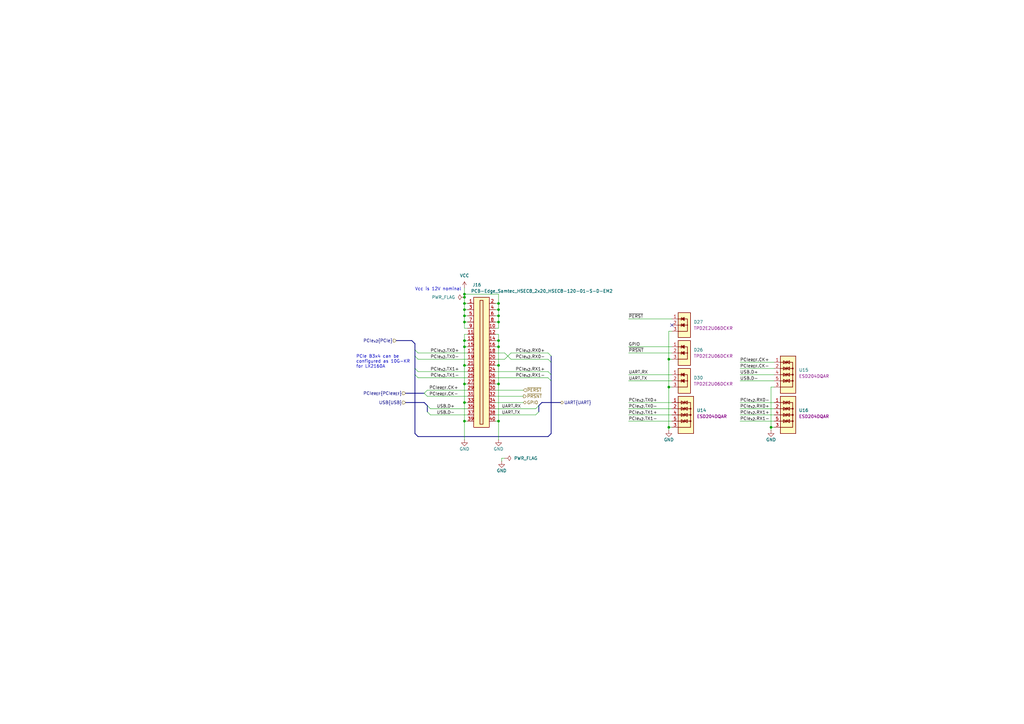
<source format=kicad_sch>
(kicad_sch (version 20230121) (generator eeschema)
  (paper "A3")
  (title_block (title "Com Express 7 baseboard") (date "2024-03-28") (rev "1.0.0") (company "Antmicro Ltd."))
  (lib_symbols
    (symbol "antmicroEdgeConnectors:PCB-Edge_Samtec_HSEC8_2x20_HSEC8-120-01-S-D-EM2" (in_bom no)
      (property "Reference" "J" (at 25.4 -2.54 0))
      (property "Value" "PCB-Edge_Samtec_HSEC8_2x20_HSEC8-120-01-S-D-EM2" (at 25.4 -5.08 0))
      (symbol "PCB-Edge_Samtec_HSEC8_2x20_HSEC8-120-01-S-D-EM2_1_1"
        (rectangle (start 2.54 2.54) (end 8.89 -50.8) (stroke (width 0.254)) (fill (type background)))
        (rectangle (start 5.08 1.27) (end 6.35 -49.53) (stroke (width 0.254)) (fill (type background)))
        (pin passive line (at 0 0 0) (length 2.54) (name "~") (number "1"))
        (pin passive line (at 11.43 -10.16 180) (length 2.54) (name "~") (number "10"))
        (pin passive line (at 0 -12.7 0) (length 2.54) (name "~") (number "11"))
        (pin passive line (at 11.43 -12.7 180) (length 2.54) (name "~") (number "12"))
        (pin passive line (at 0 -15.24 0) (length 2.54) (name "~") (number "13"))
        (pin passive line (at 11.43 -15.24 180) (length 2.54) (name "~") (number "14"))
        (pin passive line (at 0 -17.78 0) (length 2.54) (name "~") (number "15"))
        (pin passive line (at 11.43 -17.78 180) (length 2.54) (name "~") (number "16"))
        (pin passive line (at 0 -20.32 0) (length 2.54) (name "~") (number "17"))
        (pin passive line (at 11.43 -20.32 180) (length 2.54) (name "~") (number "18"))
        (pin passive line (at 0 -22.86 0) (length 2.54) (name "~") (number "19"))
        (pin passive line (at 11.43 0 180) (length 2.54) (name "~") (number "2"))
        (pin passive line (at 11.43 -22.86 180) (length 2.54) (name "~") (number "20"))
        (pin passive line (at 0 -25.4 0) (length 2.54) (name "~") (number "21"))
        (pin passive line (at 11.43 -25.4 180) (length 2.54) (name "~") (number "22"))
        (pin passive line (at 0 -27.94 0) (length 2.54) (name "~") (number "23"))
        (pin passive line (at 11.43 -27.94 180) (length 2.54) (name "~") (number "24"))
        (pin passive line (at 0 -30.48 0) (length 2.54) (name "~") (number "25"))
        (pin passive line (at 11.43 -30.48 180) (length 2.54) (name "~") (number "26"))
        (pin passive line (at 0 -33.02 0) (length 2.54) (name "~") (number "27"))
        (pin passive line (at 11.43 -33.02 180) (length 2.54) (name "~") (number "28"))
        (pin passive line (at 0 -35.56 0) (length 2.54) (name "~") (number "29"))
        (pin passive line (at 0 -2.54 0) (length 2.54) (name "~") (number "3"))
        (pin passive line (at 11.43 -35.56 180) (length 2.54) (name "~") (number "30"))
        (pin passive line (at 0 -38.1 0) (length 2.54) (name "~") (number "31"))
        (pin passive line (at 11.43 -38.1 180) (length 2.54) (name "~") (number "32"))
        (pin passive line (at 0 -40.64 0) (length 2.54) (name "~") (number "33"))
        (pin passive line (at 11.43 -40.64 180) (length 2.54) (name "~") (number "34"))
        (pin passive line (at 0 -43.18 0) (length 2.54) (name "~") (number "35"))
        (pin passive line (at 11.43 -43.18 180) (length 2.54) (name "~") (number "36"))
        (pin passive line (at 0 -45.72 0) (length 2.54) (name "~") (number "37"))
        (pin passive line (at 11.43 -45.72 180) (length 2.54) (name "~") (number "38"))
        (pin passive line (at 0 -48.26 0) (length 2.54) (name "~") (number "39"))
        (pin passive line (at 11.43 -2.54 180) (length 2.54) (name "~") (number "4"))
        (pin passive line (at 11.43 -48.26 180) (length 2.54) (name "~") (number "40"))
        (pin passive line (at 0 -5.08 0) (length 2.54) (name "~") (number "5"))
        (pin passive line (at 11.43 -5.08 180) (length 2.54) (name "~") (number "6"))
        (pin passive line (at 0 -7.62 0) (length 2.54) (name "~") (number "7"))
        (pin passive line (at 11.43 -7.62 180) (length 2.54) (name "~") (number "8"))
        (pin passive line (at 0 -10.16 0) (length 2.54) (name "~") (number "9"))
      )
    )
    (symbol "antmicroTVSDiodes:ESD204DQAR"
      (property "Reference" "D" (at 24.13 0 0))
      (property "MPN" "ESD204DQAR" (at 24.13 -2.54 0))
      (symbol "ESD204DQAR_1_1"
        (polyline (pts (xy 2.54 -7.62) (xy 7.62 -7.62)) (stroke (width 0.254)) (fill (type background)))
        (polyline (pts (xy 2.54 -5.08) (xy 7.62 -5.08)) (stroke (width 0.254)) (fill (type background)))
        (polyline (pts (xy 2.54 -2.54) (xy 7.62 -2.54)) (stroke (width 0.254)) (fill (type background)))
        (polyline (pts (xy 2.54 0) (xy 7.62 0)) (stroke (width 0.254)) (fill (type background)))
        (polyline (pts (xy 7.62 -10.16) (xy 2.54 -10.16)) (stroke (width 0.254)) (fill (type background)))
        (polyline (pts (xy 7.62 0) (xy 7.62 -10.16)) (stroke (width 0.254)) (fill (type background)))
        (polyline (pts (xy 4.826 -8.255) (xy 5.08 -8.001) (xy 5.08 -7.239) (xy 5.334 -6.985)) (stroke (width 0.254)) (fill (type background)))
        (polyline (pts (xy 4.826 -5.715) (xy 5.08 -5.461) (xy 5.08 -4.699) (xy 5.334 -4.445)) (stroke (width 0.254)) (fill (type background)))
        (polyline (pts (xy 4.826 -3.175) (xy 5.08 -2.921) (xy 5.08 -2.159) (xy 5.334 -1.905)) (stroke (width 0.254)) (fill (type background)))
        (polyline (pts (xy 4.826 -0.635) (xy 5.08 -0.381) (xy 5.08 0.381) (xy 5.334 0.635)) (stroke (width 0.254)) (fill (type background)))
        (polyline (pts (xy 5.08 -7.62) (xy 3.81 -8.255) (xy 3.81 -6.985) (xy 5.08 -7.62)) (stroke (width 0.254)) (fill (type background)))
        (polyline (pts (xy 5.08 -5.08) (xy 3.81 -5.715) (xy 3.81 -4.445) (xy 5.08 -5.08)) (stroke (width 0.254)) (fill (type background)))
        (polyline (pts (xy 5.08 -5.08) (xy 6.35 -4.445) (xy 6.35 -5.715) (xy 5.08 -5.08)) (stroke (width 0.254)) (fill (type background)))
        (polyline (pts (xy 5.08 -2.54) (xy 3.81 -3.175) (xy 3.81 -1.905) (xy 5.08 -2.54)) (stroke (width 0.254)) (fill (type background)))
        (polyline (pts (xy 5.08 -2.54) (xy 6.35 -3.175) (xy 6.35 -1.905) (xy 5.08 -2.54)) (stroke (width 0.254)) (fill (type background)))
        (polyline (pts (xy 5.08 0) (xy 3.81 -0.635) (xy 3.81 0.635) (xy 5.08 0)) (stroke (width 0.254)) (fill (type background)))
        (polyline (pts (xy 5.08 0) (xy 6.35 -0.635) (xy 6.35 0.635) (xy 5.08 0)) (stroke (width 0.254)) (fill (type background)))
        (polyline (pts (xy 6.35 -6.985) (xy 6.35 -8.255) (xy 5.08 -7.62) (xy 6.35 -6.985)) (stroke (width 0.254)) (fill (type background)))
        (rectangle (start 2.54 2.54) (end 8.89 -12.7) (stroke (width 0.254)) (fill (type background)))
        (circle (center 7.62 -7.62) (radius 0.254) (stroke (width 0.254)) (fill (type background)))
        (circle (center 7.62 -5.08) (radius 0.254) (stroke (width 0.254)) (fill (type background)))
        (circle (center 7.62 -5.08) (radius 0.254) (stroke (width 0.254)) (fill (type background)))
        (circle (center 7.62 -2.54) (radius 0.254) (stroke (width 0.254)) (fill (type background)))
        (pin passive line (at 0 0 0) (length 2.54) (name "~") (number "1"))
        (pin passive line (at 0 0 0) (length 2.54) hide (name "~") (number "10"))
        (pin passive line (at 0 -2.54 0) (length 2.54) (name "~") (number "2"))
        (pin power_in line (at 0 -10.16 0) (length 2.54) (name "~") (number "3"))
        (pin passive line (at 0 -5.08 0) (length 2.54) (name "~") (number "4"))
        (pin passive line (at 0 -7.62 0) (length 2.54) (name "~") (number "5"))
        (pin passive line (at 0 -7.62 0) (length 2.54) hide (name "~") (number "6"))
        (pin passive line (at 0 -5.08 0) (length 2.54) hide (name "~") (number "7"))
        (pin passive line (at 0 -10.16 0) (length 2.54) hide (name "~") (number "8"))
        (pin passive line (at 0 -2.54 0) (length 2.54) hide (name "~") (number "9"))
      )
    )
    (symbol "antmicroTVSDiodes:TPD2E2U06_SC70" (pin_names hide)
      (property "Reference" "D" (at 12.7 2.54 0))
      (property "MPN" "TPD2E2U06DCKR" (at 12.7 0 0))
      (symbol "TPD2E2U06_SC70_0_1"
        (polyline (pts (xy 3.81 -2.54) (xy 2.54 -2.54)) (stroke (width 0.254)))
        (polyline (pts (xy 3.81 0) (xy 2.54 0)) (stroke (width 0.254)))
        (polyline (pts (xy 5.08 -2.54) (xy 6.35 -2.54)) (stroke (width 0.254)))
        (polyline (pts (xy 2.54 -5.08) (xy 6.35 -5.08) (xy 6.35 0) (xy 5.08 0)) (stroke (width 0.254)))
      )
      (symbol "TPD2E2U06_SC70_1_1"
        (polyline (pts (xy 3.81 -3.175) (xy 3.81 -2.921) (xy 3.81 -2.159) (xy 4.064 -1.905)) (stroke (width 0.254)) (fill (type background)))
        (polyline (pts (xy 3.81 -0.635) (xy 3.81 -0.381) (xy 3.81 0.381) (xy 4.064 0.635)) (stroke (width 0.254)) (fill (type background)))
        (polyline (pts (xy 5.08 -3.175) (xy 5.08 -1.905) (xy 3.81 -2.54) (xy 5.08 -3.175)) (stroke (width 0.254)) (fill (type outline)))
        (polyline (pts (xy 5.08 -0.635) (xy 5.08 0.635) (xy 3.81 0) (xy 5.08 -0.635)) (stroke (width 0.254)) (fill (type outline)))
        (rectangle (start 2.54 2.54) (end 7.62 -7.62) (stroke (width 0.254)) (fill (type background)))
        (circle (center 6.35 -2.54) (radius 0.127) (stroke (width 0.254)) (fill (type background)))
        (pin passive line (at 0 0 0) (length 2.54) (name "1") (number "1"))
        (pin passive line (at 0 -2.54 0) (length 2.54) (name "2") (number "2"))
        (pin passive line (at 0 -5.08 0) (length 2.54) (name "3") (number "3"))
      )
    )
    (symbol "antmicropower:GND" (power) (pin_numbers hide) (pin_names hide)
      (property "Value" "GND" (at 8.89 -5.08 0))
      (symbol "GND_1_1"
        (polyline (pts (xy 0 0) (xy 0 -1.27) (xy 1.27 -1.27) (xy 0 -2.54) (xy -1.27 -1.27) (xy 0 -1.27)))
        (pin power_in line (at 0 0 270) (length 0) (name "GND") (number "1"))
      )
    )
    (symbol "antmicropower:PWR_FLAG" (power) (pin_numbers hide) (pin_names (offset 0) hide)
      (property "Value" "PWR_FLAG" (at 0 3.81 0))
      (symbol "PWR_FLAG_0_0"
        (pin power_out line (at 0 0 90) (length 0) (name "pwr") (number "1"))
      )
      (symbol "PWR_FLAG_0_1"
        (polyline (pts (xy 0 0) (xy 0 1.27) (xy -1.016 1.905) (xy 0 2.54) (xy 1.016 1.905) (xy 0 1.27)))
      )
    )
    (symbol "antmicropower:VCC" (power) (pin_names (offset 0))
      (property "Value" "VCC" (at 0 3.81 0))
      (symbol "VCC_0_1"
        (polyline (pts (xy -0.762 1.27) (xy 0 2.54)))
        (polyline (pts (xy 0 0) (xy 0 2.54)))
        (polyline (pts (xy 0 2.54) (xy 0.762 1.27)))
      )
      (symbol "VCC_1_1"
        (pin power_in line (at 0 0 90) (length 0) hide (name "VCC") (number "1"))
      )
    )
  )
  (junction (at 316.23 175.26))
  (junction (at 274.32 175.26))
  (junction (at 204.47 139.7))
  (junction (at 204.47 172.72))
  (junction (at 274.32 158.75))
  (junction (at 190.5 127))
  (junction (at 190.5 157.48))
  (junction (at 204.47 129.54))
  (junction (at 190.5 172.72))
  (junction (at 204.47 124.46))
  (junction (at 190.5 129.54))
  (junction (at 190.5 149.86))
  (junction (at 190.5 132.08))
  (junction (at 190.5 124.46))
  (junction (at 204.47 127))
  (junction (at 190.5 142.24))
  (junction (at 190.5 165.1))
  (junction (at 204.47 142.24))
  (junction (at 274.32 147.32))
  (junction (at 190.5 121.92))
  (junction (at 190.5 120.65))
  (junction (at 190.5 139.7))
  (junction (at 204.47 149.86))
  (junction (at 204.47 132.08))
  (junction (at 204.47 157.48))
  (no_connect (at 275.59 133.35))
  (bus_entry (at 175.26 160.02) (size -1.27 1.27))
  (bus_entry (at 175.26 166.37) (size 1.27 1.27))
  (bus_entry (at 226.06 148.59) (size -1.27 -1.27))
  (bus_entry (at 170.18 153.67) (size 1.27 1.27))
  (bus_entry (at 170.18 151.13) (size 1.27 1.27))
  (bus_entry (at 226.06 153.67) (size -1.27 -1.27))
  (bus_entry (at 226.06 156.21) (size -1.27 -1.27))
  (bus_entry (at 175.26 168.91) (size 1.27 1.27))
  (bus_entry (at 220.98 166.37) (size -1.27 1.27))
  (bus_entry (at 170.18 146.05) (size 1.27 1.27))
  (bus_entry (at 226.06 146.05) (size -1.27 -1.27))
  (bus_entry (at 170.18 143.51) (size 1.27 1.27))
  (bus_entry (at 175.26 162.56) (size -1.27 -1.27))
  (bus_entry (at 220.98 168.91) (size -1.27 1.27))
  (wire (pts (xy 190.5 157.48) (xy 191.77 157.48)))
  (bus (pts (xy 224.79 179.07) (xy 171.45 179.07)))
  (bus (pts (xy 226.06 146.05) (xy 226.06 148.59)))
  (wire (pts (xy 214.63 162.56) (xy 203.2 162.56)))
  (bus (pts (xy 170.18 140.97) (xy 168.91 139.7)))
  (wire (pts (xy 203.2 147.32) (xy 207.01 147.32)))
  (wire (pts (xy 303.53 167.64) (xy 317.5 167.64)))
  (wire (pts (xy 257.81 156.21) (xy 275.59 156.21)))
  (wire (pts (xy 191.77 139.7) (xy 190.5 139.7)))
  (wire (pts (xy 274.32 147.32) (xy 275.59 147.32)))
  (wire (pts (xy 207.01 144.78) (xy 209.55 147.32)))
  (wire (pts (xy 274.32 175.26) (xy 274.32 176.53)))
  (wire (pts (xy 257.81 172.72) (xy 275.59 172.72)))
  (wire (pts (xy 204.47 132.08) (xy 203.2 132.08)))
  (wire (pts (xy 204.47 157.48) (xy 203.2 157.48)))
  (wire (pts (xy 204.47 124.46) (xy 204.47 127)))
  (wire (pts (xy 203.2 139.7) (xy 204.47 139.7)))
  (wire (pts (xy 203.2 170.18) (xy 219.71 170.18)))
  (wire (pts (xy 257.81 130.81) (xy 275.59 130.81)))
  (wire (pts (xy 204.47 129.54) (xy 203.2 129.54)))
  (wire (pts (xy 303.53 151.13) (xy 317.5 151.13)))
  (wire (pts (xy 257.81 153.67) (xy 275.59 153.67)))
  (wire (pts (xy 204.47 149.86) (xy 204.47 157.48)))
  (wire (pts (xy 204.47 149.86) (xy 204.47 142.24)))
  (bus (pts (xy 170.18 143.51) (xy 170.18 146.05)))
  (wire (pts (xy 190.5 142.24) (xy 190.5 149.86)))
  (wire (pts (xy 303.53 165.1) (xy 317.5 165.1)))
  (wire (pts (xy 204.47 129.54) (xy 204.47 132.08)))
  (wire (pts (xy 191.77 149.86) (xy 190.5 149.86)))
  (bus (pts (xy 170.18 153.67) (xy 170.18 177.8)))
  (wire (pts (xy 203.2 172.72) (xy 204.47 172.72)))
  (wire (pts (xy 190.5 127) (xy 190.5 129.54)))
  (bus (pts (xy 175.26 166.37) (xy 175.26 168.91)))
  (wire (pts (xy 190.5 165.1) (xy 190.5 172.72)))
  (bus (pts (xy 162.56 139.7) (xy 168.91 139.7)))
  (wire (pts (xy 316.23 175.26) (xy 316.23 176.53)))
  (wire (pts (xy 257.81 167.64) (xy 275.59 167.64)))
  (wire (pts (xy 190.5 149.86) (xy 190.5 157.48)))
  (wire (pts (xy 214.63 160.02) (xy 203.2 160.02)))
  (wire (pts (xy 203.2 152.4) (xy 224.79 152.4)))
  (wire (pts (xy 257.81 144.78) (xy 275.59 144.78)))
  (wire (pts (xy 203.2 154.94) (xy 224.79 154.94)))
  (wire (pts (xy 274.32 135.89) (xy 274.32 147.32)))
  (wire (pts (xy 175.26 160.02) (xy 191.77 160.02)))
  (wire (pts (xy 203.2 137.16) (xy 204.47 137.16)))
  (bus (pts (xy 226.06 153.67) (xy 226.06 156.21)))
  (wire (pts (xy 203.2 142.24) (xy 204.47 142.24)))
  (bus (pts (xy 166.37 165.1) (xy 173.99 165.1)))
  (wire (pts (xy 190.5 132.08) (xy 191.77 132.08)))
  (wire (pts (xy 316.23 158.75) (xy 317.5 158.75)))
  (bus (pts (xy 173.99 165.1) (xy 175.26 166.37)))
  (wire (pts (xy 190.5 129.54) (xy 190.5 132.08)))
  (wire (pts (xy 203.2 167.64) (xy 219.71 167.64)))
  (wire (pts (xy 203.2 144.78) (xy 207.01 144.78)))
  (bus (pts (xy 170.18 146.05) (xy 170.18 151.13)))
  (bus (pts (xy 222.25 165.1) (xy 220.98 166.37)))
  (wire (pts (xy 303.53 156.21) (xy 317.5 156.21)))
  (wire (pts (xy 190.5 120.65) (xy 204.47 120.65)))
  (wire (pts (xy 204.47 139.7) (xy 204.47 142.24)))
  (wire (pts (xy 204.47 127) (xy 204.47 129.54)))
  (bus (pts (xy 170.18 140.97) (xy 170.18 143.51)))
  (wire (pts (xy 203.2 149.86) (xy 204.47 149.86)))
  (wire (pts (xy 203.2 134.62) (xy 204.47 134.62)))
  (wire (pts (xy 275.59 175.26) (xy 274.32 175.26)))
  (wire (pts (xy 190.5 142.24) (xy 191.77 142.24)))
  (wire (pts (xy 171.45 154.94) (xy 191.77 154.94)))
  (wire (pts (xy 190.5 172.72) (xy 191.77 172.72)))
  (wire (pts (xy 190.5 139.7) (xy 190.5 142.24)))
  (wire (pts (xy 274.32 158.75) (xy 274.32 175.26)))
  (wire (pts (xy 175.26 162.56) (xy 191.77 162.56)))
  (wire (pts (xy 190.5 165.1) (xy 191.77 165.1)))
  (bus (pts (xy 220.98 166.37) (xy 220.98 168.91)))
  (wire (pts (xy 257.81 142.24) (xy 275.59 142.24)))
  (wire (pts (xy 190.5 157.48) (xy 190.5 165.1)))
  (wire (pts (xy 171.45 147.32) (xy 191.77 147.32)))
  (wire (pts (xy 275.59 135.89) (xy 274.32 135.89)))
  (wire (pts (xy 257.81 165.1) (xy 275.59 165.1)))
  (wire (pts (xy 257.81 170.18) (xy 275.59 170.18)))
  (wire (pts (xy 191.77 137.16) (xy 190.5 137.16)))
  (wire (pts (xy 303.53 148.59) (xy 317.5 148.59)))
  (bus (pts (xy 226.06 177.8) (xy 224.79 179.07)))
  (wire (pts (xy 190.5 118.11) (xy 190.5 120.65)))
  (wire (pts (xy 204.47 157.48) (xy 204.47 172.72)))
  (wire (pts (xy 214.63 165.1) (xy 203.2 165.1)))
  (wire (pts (xy 191.77 127) (xy 190.5 127)))
  (wire (pts (xy 316.23 175.26) (xy 317.5 175.26)))
  (wire (pts (xy 190.5 127) (xy 190.5 124.46)))
  (wire (pts (xy 190.5 120.65) (xy 190.5 121.92)))
  (wire (pts (xy 203.2 124.46) (xy 204.47 124.46)))
  (wire (pts (xy 205.74 187.96) (xy 207.01 187.96)))
  (wire (pts (xy 205.74 189.23) (xy 205.74 187.96)))
  (wire (pts (xy 190.5 124.46) (xy 191.77 124.46)))
  (wire (pts (xy 316.23 175.26) (xy 316.23 158.75)))
  (wire (pts (xy 190.5 129.54) (xy 191.77 129.54)))
  (wire (pts (xy 191.77 134.62) (xy 190.5 134.62)))
  (wire (pts (xy 204.47 137.16) (xy 204.47 139.7)))
  (wire (pts (xy 191.77 170.18) (xy 176.53 170.18)))
  (wire (pts (xy 203.2 127) (xy 204.47 127)))
  (wire (pts (xy 209.55 144.78) (xy 207.01 147.32)))
  (bus (pts (xy 170.18 151.13) (xy 170.18 153.67)))
  (bus (pts (xy 226.06 156.21) (xy 226.06 177.8)))
  (bus (pts (xy 229.87 165.1) (xy 222.25 165.1)))
  (wire (pts (xy 274.32 147.32) (xy 274.32 158.75)))
  (wire (pts (xy 171.45 144.78) (xy 191.77 144.78)))
  (wire (pts (xy 191.77 167.64) (xy 176.53 167.64)))
  (wire (pts (xy 204.47 172.72) (xy 204.47 180.34)))
  (wire (pts (xy 275.59 158.75) (xy 274.32 158.75)))
  (wire (pts (xy 204.47 120.65) (xy 204.47 124.46)))
  (wire (pts (xy 190.5 134.62) (xy 190.5 132.08)))
  (wire (pts (xy 209.55 147.32) (xy 224.79 147.32)))
  (bus (pts (xy 171.45 179.07) (xy 170.18 177.8)))
  (wire (pts (xy 209.55 144.78) (xy 224.79 144.78)))
  (wire (pts (xy 303.53 170.18) (xy 317.5 170.18)))
  (wire (pts (xy 171.45 152.4) (xy 191.77 152.4)))
  (wire (pts (xy 303.53 153.67) (xy 317.5 153.67)))
  (bus (pts (xy 173.99 161.29) (xy 166.37 161.29)))
  (bus (pts (xy 226.06 148.59) (xy 226.06 153.67)))
  (wire (pts (xy 190.5 121.92) (xy 190.5 124.46)))
  (wire (pts (xy 190.5 137.16) (xy 190.5 139.7)))
  (wire (pts (xy 204.47 134.62) (xy 204.47 132.08)))
  (wire (pts (xy 190.5 172.72) (xy 190.5 180.34)))
  (wire (pts (xy 303.53 172.72) (xy 317.5 172.72)))
  (text "Vcc is 12V nominal\n" (at 170.18 119.38 0) (effects (font (size 1.27 1.27)) (justify left bottom)))
  (text "PCIe B3x4 can be\nconfigured as 10G-KR\nfor LX2160A" (at 146.05 151.13 0) (effects (font (size 1.27 1.27)) (justify left bottom)))
  (label "USB.D+" (at 179.07 167.64 0))
  (label "UART.RX" (at 257.81 153.67 0))
  (label "PCIe_{x2}.TX0+" (at 257.81 165.1 0))
  (label "PCIe_{x2}.TX1-" (at 176.53 154.94 0))
  (label "PCIe_{x2}.RX1+" (at 223.52 152.4 180))
  (label "PCIe_{x2}.RX0-" (at 303.53 165.1 0))
  (label "USB.D-" (at 303.53 156.21 0))
  (label "GPIO" (at 257.81 142.24 0))
  (label "UART.RX" (at 205.74 167.64 0))
  (label "PCIe_{REF}.CK-" (at 187.96 162.56 180))
  (label "PCIe_{x2}.RX0+" (at 223.52 144.78 180))
  (label "PCIe_{REF}.CK+" (at 303.53 148.59 0))
  (label "PCIe_{REF}.CK+" (at 187.96 160.02 180))
  (label "USB.D-" (at 179.07 170.18 0))
  (label "PCIe_{REF}.CK-" (at 303.53 151.13 0))
  (label "UART.TX" (at 205.74 170.18 0))
  (label "PCIe_{x2}.RX1-" (at 223.52 154.94 180))
  (label "PCIe_{x2}.RX1+" (at 303.53 170.18 0))
  (label "PCIe_{x2}.TX1-" (at 257.81 172.72 0))
  (label "PCIe_{x2}.TX1+" (at 257.81 170.18 0))
  (label "PCIe_{x2}.RX0-" (at 223.52 147.32 180))
  (label "~{PERST}" (at 257.81 130.81 0))
  (label "USB.D+" (at 303.53 153.67 0))
  (label "PCIe_{x2}.RX0+" (at 303.53 167.64 0))
  (label "PCIe_{x2}.RX1-" (at 303.53 172.72 0))
  (label "PCIe_{x2}.TX0-" (at 257.81 167.64 0))
  (label "PCIe_{x2}.TX1+" (at 176.53 152.4 0))
  (label "PCIe_{x2}.TX0-" (at 176.53 147.32 0))
  (label "UART.TX" (at 257.81 156.21 0))
  (label "PCIe_{x2}.TX0+" (at 176.53 144.78 0))
  (label "~{PRSNT}" (at 257.81 144.78 0))
  (hierarchical_label "~{PRSNT}" (shape output) (at 214.63 162.56 0))
  (hierarchical_label "~{PERST}" (shape input) (at 214.63 160.02 0))
  (hierarchical_label "UART{UART}" (shape bidirectional) (at 229.87 165.1 0))
  (hierarchical_label "PCIe_{REF}{PCIe_{REF}}" (shape input) (at 166.37 161.29 180))
  (hierarchical_label "GPIO" (shape bidirectional) (at 214.63 165.1 0))
  (hierarchical_label "USB{USB}" (shape input) (at 166.37 165.1 180))
  (hierarchical_label "PCIe_{x2}{PCIe}" (shape input) (at 162.56 139.7 180))
  (symbol (lib_id "antmicroTVSDiodes:TPD2E2U06_SC70") (at 275.59 153.67 0) (unit 1)
    (property "Reference" "D30" (at 284.48 154.94 0) (effects (justify left)))
    (property "Value" "TPD2E2U06_SC70" (effects hide))
    (property "Footprint" "antmicro-footprints:SC70-3" (effects hide))
    (property "Datasheet" "https://www.ti.com/lit/ds/symlink/tpd2e2u06.pdf?ts=1706006131823&ref_url=https%253A%252F%252Fwww.ti.com%252Finterface%252Fdiodes%252Fesd-protection-diodes%252Fproducts.html" (effects hide))
    (property "MPN" "TPD2E2U06DCKR" (at 284.48 157.48 0) (effects (justify left)))
    (property "Manufacturer" "Texas Instruments" (effects hide))
    (property "Author" "Antmicro" (effects hide))
    (property "License" "Apache-2.0" (effects hide))
  )
  (symbol (lib_id "antmicropower:GND") (at 190.5 180.34 0) (unit 1)
    (property "Reference" "#PWR081" (effects hide))
    (property "Value" "GND" (at 190.5 184.15 0))
    (property "Author" "Antmicro" (effects hide))
    (property "License" "Apache-2.0" (effects hide))
  )
  (symbol (lib_id "antmicropower:GND") (at 274.32 176.53 0) (unit 1)
    (property "Reference" "#PWR084" (effects hide))
    (property "Value" "GND" (at 274.32 180.34 0))
    (property "Author" "Antmicro" (effects hide))
    (property "License" "Apache-2.0" (effects hide))
  )
  (symbol (lib_id "antmicropower:PWR_FLAG") (at 207.01 187.96 270) (unit 1)
    (property "Reference" "#FLG06" (effects hide))
    (property "Value" "PWR_FLAG" (at 210.82 187.9599 90) (effects (justify left)))
  )
  (symbol (lib_id "antmicroTVSDiodes:ESD204DQAR") (at 317.5 165.1 0) (unit 1)
    (property "Reference" "U16" (at 327.66 168.275 0) (effects (justify left)))
    (property "Value" "ESD204DQAR" (effects hide))
    (property "Footprint" "antmicro-footprints:USON-10_2.5x1mm_P0.5mm" (effects hide))
    (property "Datasheet" "https://www.ti.com/lit/ds/symlink/esd204.pdf?ts=1706004844383&ref_url=https%253A%252F%252Fwww.ti.com%252Finterface%252Fdiodes%252Fesd-protection-diodes%252Fproducts.html" (effects hide))
    (property "Manufacturer" "Texas Instruments" (effects hide))
    (property "MPN" "ESD204DQAR" (at 327.66 170.815 0) (effects (justify left)))
    (property "Author" "Antmicro" (effects hide))
    (property "License" "Apache-2.0" (effects hide))
  )
  (symbol (lib_id "antmicroTVSDiodes:TPD2E2U06_SC70") (at 275.59 142.24 0) (unit 1)
    (property "Reference" "D26" (at 284.48 143.51 0) (effects (justify left)))
    (property "Value" "TPD2E2U06_SC70" (effects hide))
    (property "Footprint" "antmicro-footprints:SC70-3" (effects hide))
    (property "Datasheet" "https://www.ti.com/lit/ds/symlink/tpd2e2u06.pdf?ts=1706006131823&ref_url=https%253A%252F%252Fwww.ti.com%252Finterface%252Fdiodes%252Fesd-protection-diodes%252Fproducts.html" (effects hide))
    (property "MPN" "TPD2E2U06DCKR" (at 284.48 146.05 0) (effects (justify left)))
    (property "Manufacturer" "Texas Instruments" (effects hide))
    (property "Author" "Antmicro" (effects hide))
    (property "License" "Apache-2.0" (effects hide))
  )
  (symbol (lib_id "antmicropower:GND") (at 204.47 180.34 0) (unit 1)
    (property "Reference" "#PWR082" (effects hide))
    (property "Value" "GND" (at 204.47 184.15 0))
    (property "Author" "Antmicro" (effects hide))
    (property "License" "Apache-2.0" (effects hide))
  )
  (symbol (lib_id "antmicropower:VCC") (at 190.5 118.11 0) (unit 1)
    (property "Reference" "#PWR080" (effects hide))
    (property "Value" "VCC" (at 190.5 113.03 0))
  )
  (symbol (lib_id "antmicropower:GND") (at 316.23 176.53 0) (unit 1)
    (property "Reference" "#PWR085" (effects hide))
    (property "Value" "GND" (at 316.23 180.34 0))
    (property "Author" "Antmicro" (effects hide))
    (property "License" "Apache-2.0" (effects hide))
  )
  (symbol (lib_id "antmicropower:GND") (at 205.74 189.23 0) (unit 1)
    (property "Reference" "#PWR083" (effects hide))
    (property "Value" "GND" (at 205.74 193.04 0))
    (property "Author" "Antmicro" (effects hide))
    (property "License" "Apache-2.0" (effects hide))
  )
  (symbol (lib_id "antmicropower:PWR_FLAG") (at 190.5 121.92 90) (unit 1)
    (property "Reference" "#FLG05" (effects hide))
    (property "Value" "PWR_FLAG" (at 186.69 121.92 90) (effects (justify left)))
  )
  (symbol (lib_id "antmicroEdgeConnectors:PCB-Edge_Samtec_HSEC8_2x20_HSEC8-120-01-S-D-EM2") (at 191.77 124.46 0) (unit 1) (in_bom no)
    (property "Reference" "J16" (at 195.58 116.84 0))
    (property "Value" "PCB-Edge_Samtec_HSEC8_2x20_HSEC8-120-01-S-D-EM2" (at 222.25 119.38 0))
    (property "Footprint" "antmicro-footprints:PCB-Edge_Samtec_HSEC8_2x20_HSEC8-120-01-S-D-EM2" (effects hide))
    (property "Datasheet" "https://suddendocs.samtec.com/prints/hsec8-1xxx-xx-xx-dv-x-xx-footprint.pdf" (effects hide))
    (property "Author" "Antmicro" (effects hide))
    (property "License" "Apache-2.0" (effects hide))
    (property "Public" "False" (effects hide))
  )
  (symbol (lib_id "antmicroTVSDiodes:TPD2E2U06_SC70") (at 275.59 130.81 0) (unit 1)
    (property "Reference" "D27" (at 284.48 132.08 0) (effects (justify left)))
    (property "Value" "TPD2E2U06_SC70" (effects hide))
    (property "Footprint" "antmicro-footprints:SC70-3" (effects hide))
    (property "Datasheet" "https://www.ti.com/lit/ds/symlink/tpd2e2u06.pdf?ts=1706006131823&ref_url=https%253A%252F%252Fwww.ti.com%252Finterface%252Fdiodes%252Fesd-protection-diodes%252Fproducts.html" (effects hide))
    (property "MPN" "TPD2E2U06DCKR" (at 284.48 134.62 0) (effects (justify left)))
    (property "Manufacturer" "Texas Instruments" (effects hide))
    (property "Author" "Antmicro" (effects hide))
    (property "License" "Apache-2.0" (effects hide))
  )
  (symbol (lib_id "antmicroTVSDiodes:ESD204DQAR") (at 317.5 148.59 0) (unit 1)
    (property "Reference" "U15" (at 327.66 151.765 0) (effects (justify left)))
    (property "Value" "ESD204DQAR" (effects hide))
    (property "Footprint" "antmicro-footprints:USON-10_2.5x1mm_P0.5mm" (effects hide))
    (property "Datasheet" "https://www.ti.com/lit/ds/symlink/esd204.pdf?ts=1706004844383&ref_url=https%253A%252F%252Fwww.ti.com%252Finterface%252Fdiodes%252Fesd-protection-diodes%252Fproducts.html" (effects hide))
    (property "Manufacturer" "Texas Instruments" (effects hide))
    (property "MPN" "ESD204DQAR" (at 327.66 154.305 0) (effects (justify left)))
    (property "Author" "Antmicro" (effects hide))
    (property "License" "Apache-2.0" (effects hide))
  )
  (symbol (lib_id "antmicroTVSDiodes:ESD204DQAR") (at 275.59 165.1 0) (unit 1)
    (property "Reference" "U14" (at 285.75 168.275 0) (effects (justify left)))
    (property "Value" "ESD204DQAR" (effects hide))
    (property "Footprint" "antmicro-footprints:USON-10_2.5x1mm_P0.5mm" (effects hide))
    (property "Datasheet" "https://www.ti.com/lit/ds/symlink/esd204.pdf?ts=1706004844383&ref_url=https%253A%252F%252Fwww.ti.com%252Finterface%252Fdiodes%252Fesd-protection-diodes%252Fproducts.html" (effects hide))
    (property "Manufacturer" "Texas Instruments" (effects hide))
    (property "MPN" "ESD204DQAR" (at 285.75 170.815 0) (effects (justify left)))
    (property "Author" "Antmicro" (effects hide))
    (property "License" "Apache-2.0" (effects hide))
  )
)
</source>
